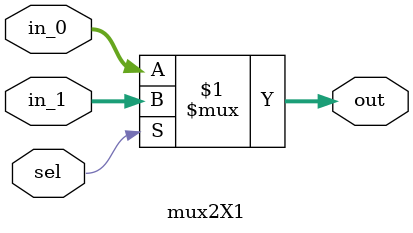
<source format=sv>
module mux2X1
#(
    parameter BUS = 3
)
(
    input  logic [BUS-1:0] in_0,
    input  logic [BUS-1:0] in_1,
    input  logic           sel,
    output logic [BUS-1:0] out
);

assign out = sel ? in_1 : in_0;

endmodule

</source>
